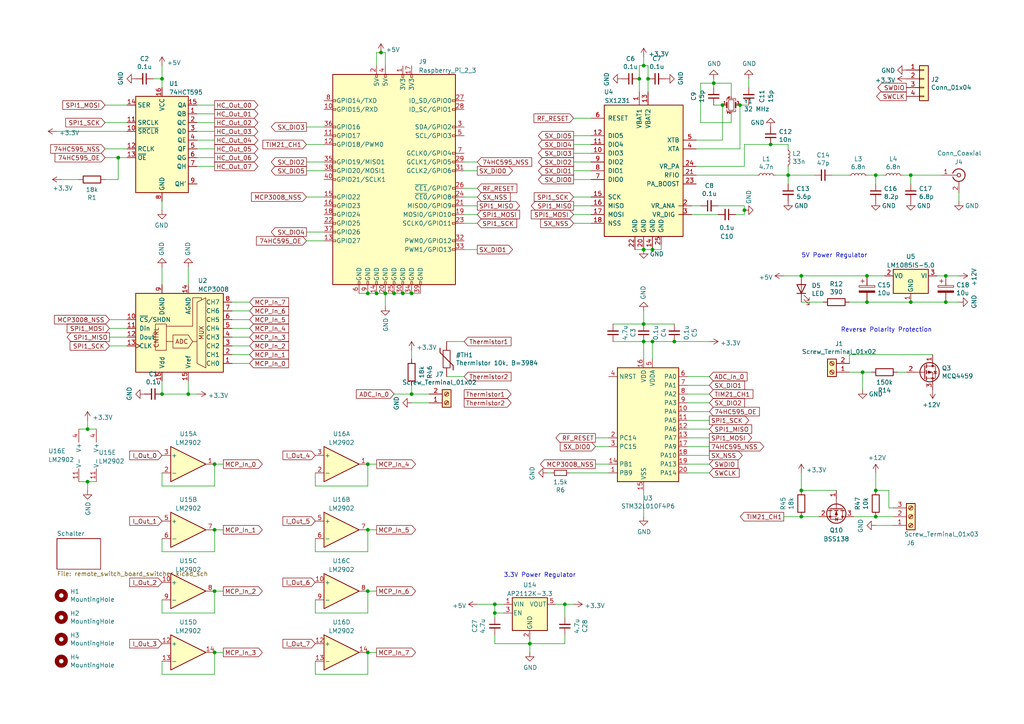
<source format=kicad_sch>
(kicad_sch (version 20211123) (generator eeschema)
  (paper "A4")
  (junction (at 106.68 189.23))
  (junction (at 186.69 72.39))
  (junction (at 109.22 85.09))
  (junction (at 214.63 30.48))
  (junction (at 254 142.24))
  (junction (at 116.84 85.09))
  (junction (at 232.41 149.86))
  (junction (at 189.23 72.39))
  (junction (at 62.23 171.45))
  (junction (at 215.9 60.96))
  (junction (at 195.58 99.06))
  (junction (at 186.69 93.98))
  (junction (at 186.69 99.06))
  (junction (at 110.49 15.24))
  (junction (at 106.68 153.67))
  (junction (at 209.55 30.48))
  (junction (at 186.69 19.05))
  (junction (at 119.38 85.09))
  (junction (at 250.19 107.95))
  (junction (at 46.99 22.86))
  (junction (at 111.76 85.09))
  (junction (at 62.23 153.67))
  (junction (at 153.67 186.69))
  (junction (at 106.68 85.09))
  (junction (at 187.96 22.86))
  (junction (at 185.42 22.86))
  (junction (at 106.68 134.62))
  (junction (at 207.01 24.13))
  (junction (at 163.83 175.26))
  (junction (at 251.46 87.63))
  (junction (at 264.16 87.63))
  (junction (at 264.16 50.8))
  (junction (at 25.4 124.46))
  (junction (at 189.23 99.06))
  (junction (at 232.41 80.01))
  (junction (at 223.52 41.91))
  (junction (at 119.38 114.3))
  (junction (at 251.46 80.01))
  (junction (at 62.23 134.62))
  (junction (at 143.51 175.26))
  (junction (at 274.32 80.01))
  (junction (at 25.4 139.7))
  (junction (at 46.99 114.3))
  (junction (at 274.32 87.63))
  (junction (at 54.61 114.3))
  (junction (at 254 50.8))
  (junction (at 34.29 45.72))
  (junction (at 254 149.86))
  (junction (at 232.41 142.24))
  (junction (at 106.68 171.45))
  (junction (at 143.51 177.8))
  (junction (at 228.6 50.8))
  (junction (at 114.3 85.09))
  (junction (at 62.23 189.23))
  (wire (pts (xy 46.99 160.02) (xy 62.23 160.02)))
  (wire (pts (xy 207.01 25.4) (xy 207.01 24.13)))
  (wire (pts (xy 215.9 62.23) (xy 215.9 60.96)))
  (wire (pts (xy 67.31 95.25) (xy 72.39 95.25)))
  (wire (pts (xy 111.76 15.24) (xy 110.49 15.24)))
  (wire (pts (xy 134.62 57.15) (xy 138.43 57.15)))
  (wire (pts (xy 88.9 49.53) (xy 93.98 49.53)))
  (wire (pts (xy 143.51 186.69) (xy 153.67 186.69)))
  (wire (pts (xy 46.99 191.77) (xy 46.99 195.58)))
  (wire (pts (xy 254 53.34) (xy 254 50.8)))
  (wire (pts (xy 251.46 80.01) (xy 256.54 80.01)))
  (wire (pts (xy 34.29 45.72) (xy 36.83 45.72)))
  (wire (pts (xy 254 142.24) (xy 254 137.16)))
  (wire (pts (xy 246.38 105.41) (xy 246.38 102.87)))
  (wire (pts (xy 208.28 59.69) (xy 215.9 59.69)))
  (wire (pts (xy 62.23 189.23) (xy 64.77 189.23)))
  (wire (pts (xy 46.99 110.49) (xy 46.99 114.3)))
  (wire (pts (xy 186.69 19.05) (xy 187.96 19.05)))
  (wire (pts (xy 88.9 57.15) (xy 93.98 57.15)))
  (wire (pts (xy 57.15 43.18) (xy 62.23 43.18)))
  (wire (pts (xy 250.19 107.95) (xy 252.73 107.95)))
  (wire (pts (xy 30.48 30.48) (xy 36.83 30.48)))
  (wire (pts (xy 30.48 52.07) (xy 34.29 52.07)))
  (wire (pts (xy 264.16 87.63) (xy 274.32 87.63)))
  (wire (pts (xy 88.9 46.99) (xy 93.98 46.99)))
  (wire (pts (xy 177.8 99.06) (xy 186.69 99.06)))
  (wire (pts (xy 143.51 177.8) (xy 143.51 179.07)))
  (wire (pts (xy 166.37 41.91) (xy 171.45 41.91)))
  (wire (pts (xy 186.69 93.98) (xy 177.8 93.98)))
  (wire (pts (xy 91.44 137.16) (xy 91.44 140.97)))
  (wire (pts (xy 134.62 109.22) (xy 129.54 109.22)))
  (wire (pts (xy 31.75 100.33) (xy 36.83 100.33)))
  (wire (pts (xy 259.08 147.32) (xy 257.81 147.32)))
  (wire (pts (xy 111.76 85.09) (xy 114.3 85.09)))
  (wire (pts (xy 264.16 53.34) (xy 264.16 50.8)))
  (wire (pts (xy 185.42 19.05) (xy 186.69 19.05)))
  (wire (pts (xy 143.51 175.26) (xy 146.05 175.26)))
  (wire (pts (xy 199.39 111.76) (xy 205.74 111.76)))
  (wire (pts (xy 217.17 30.48) (xy 214.63 30.48)))
  (wire (pts (xy 241.3 50.8) (xy 246.38 50.8)))
  (wire (pts (xy 232.41 137.16) (xy 232.41 142.24)))
  (wire (pts (xy 25.4 139.7) (xy 25.4 142.24)))
  (wire (pts (xy 224.79 50.8) (xy 228.6 50.8)))
  (wire (pts (xy 34.29 52.07) (xy 34.29 45.72)))
  (wire (pts (xy 62.23 160.02) (xy 62.23 153.67)))
  (wire (pts (xy 186.69 99.06) (xy 189.23 99.06)))
  (wire (pts (xy 232.41 149.86) (xy 237.49 149.86)))
  (wire (pts (xy 91.44 173.99) (xy 91.44 177.8)))
  (wire (pts (xy 31.75 97.79) (xy 36.83 97.79)))
  (wire (pts (xy 67.31 87.63) (xy 72.39 87.63)))
  (wire (pts (xy 257.81 147.32) (xy 257.81 142.24)))
  (wire (pts (xy 199.39 124.46) (xy 205.74 124.46)))
  (wire (pts (xy 143.51 184.15) (xy 143.51 186.69)))
  (wire (pts (xy 199.39 132.08) (xy 205.74 132.08)))
  (wire (pts (xy 134.62 46.99) (xy 138.43 46.99)))
  (wire (pts (xy 271.78 80.01) (xy 274.32 80.01)))
  (wire (pts (xy 260.35 107.95) (xy 262.89 107.95)))
  (wire (pts (xy 199.39 119.38) (xy 205.74 119.38)))
  (wire (pts (xy 203.2 24.13) (xy 207.01 24.13)))
  (wire (pts (xy 246.38 107.95) (xy 250.19 107.95)))
  (wire (pts (xy 186.69 142.24) (xy 186.69 149.86)))
  (wire (pts (xy 163.83 184.15) (xy 163.83 186.69)))
  (wire (pts (xy 261.62 50.8) (xy 264.16 50.8)))
  (wire (pts (xy 213.36 62.23) (xy 215.9 62.23)))
  (wire (pts (xy 88.9 41.91) (xy 93.98 41.91)))
  (wire (pts (xy 205.74 137.16) (xy 199.39 137.16)))
  (wire (pts (xy 46.99 77.47) (xy 46.99 82.55)))
  (wire (pts (xy 46.99 195.58) (xy 62.23 195.58)))
  (wire (pts (xy 278.13 58.42) (xy 278.13 55.88)))
  (wire (pts (xy 91.44 191.77) (xy 91.44 195.58)))
  (wire (pts (xy 228.6 50.8) (xy 228.6 48.26)))
  (wire (pts (xy 201.93 50.8) (xy 219.71 50.8)))
  (wire (pts (xy 153.67 185.42) (xy 153.67 186.69)))
  (wire (pts (xy 25.4 124.46) (xy 25.4 121.92)))
  (wire (pts (xy 185.42 22.86) (xy 185.42 26.67)))
  (wire (pts (xy 209.55 40.64) (xy 209.55 30.48)))
  (wire (pts (xy 67.31 97.79) (xy 72.39 97.79)))
  (wire (pts (xy 31.75 92.71) (xy 36.83 92.71)))
  (wire (pts (xy 205.74 127) (xy 199.39 127)))
  (wire (pts (xy 166.37 39.37) (xy 171.45 39.37)))
  (wire (pts (xy 114.3 114.3) (xy 119.38 114.3)))
  (wire (pts (xy 254 50.8) (xy 251.46 50.8)))
  (wire (pts (xy 106.68 195.58) (xy 106.68 189.23)))
  (wire (pts (xy 250.19 113.03) (xy 250.19 107.95)))
  (wire (pts (xy 259.08 152.4) (xy 254 152.4)))
  (wire (pts (xy 254 50.8) (xy 256.54 50.8)))
  (wire (pts (xy 200.66 62.23) (xy 208.28 62.23)))
  (wire (pts (xy 88.9 36.83) (xy 93.98 36.83)))
  (wire (pts (xy 143.51 177.8) (xy 143.51 175.26)))
  (wire (pts (xy 46.99 173.99) (xy 46.99 177.8)))
  (wire (pts (xy 165.1 137.16) (xy 176.53 137.16)))
  (wire (pts (xy 91.44 195.58) (xy 106.68 195.58)))
  (wire (pts (xy 215.9 48.26) (xy 201.93 48.26)))
  (wire (pts (xy 209.55 30.48) (xy 207.01 30.48)))
  (wire (pts (xy 30.48 35.56) (xy 36.83 35.56)))
  (wire (pts (xy 187.96 19.05) (xy 187.96 22.86)))
  (wire (pts (xy 199.39 134.62) (xy 205.74 134.62)))
  (wire (pts (xy 184.15 72.39) (xy 186.69 72.39)))
  (wire (pts (xy 251.46 87.63) (xy 264.16 87.63)))
  (wire (pts (xy 189.23 99.06) (xy 195.58 99.06)))
  (wire (pts (xy 57.15 38.1) (xy 62.23 38.1)))
  (wire (pts (xy 67.31 92.71) (xy 72.39 92.71)))
  (wire (pts (xy 228.6 43.18) (xy 228.6 41.91)))
  (wire (pts (xy 111.76 85.09) (xy 111.76 88.9)))
  (wire (pts (xy 16.51 38.1) (xy 36.83 38.1)))
  (wire (pts (xy 88.9 67.31) (xy 93.98 67.31)))
  (wire (pts (xy 161.29 175.26) (xy 163.83 175.26)))
  (wire (pts (xy 166.37 34.29) (xy 171.45 34.29)))
  (wire (pts (xy 62.23 140.97) (xy 46.99 140.97)))
  (wire (pts (xy 46.99 177.8) (xy 62.23 177.8)))
  (wire (pts (xy 232.41 80.01) (xy 251.46 80.01)))
  (wire (pts (xy 186.69 104.14) (xy 186.69 99.06)))
  (wire (pts (xy 134.62 54.61) (xy 138.43 54.61)))
  (wire (pts (xy 106.68 140.97) (xy 106.68 134.62)))
  (wire (pts (xy 199.39 129.54) (xy 205.74 129.54)))
  (wire (pts (xy 166.37 57.15) (xy 171.45 57.15)))
  (wire (pts (xy 67.31 102.87) (xy 72.39 102.87)))
  (wire (pts (xy 166.37 62.23) (xy 171.45 62.23)))
  (wire (pts (xy 274.32 87.63) (xy 278.13 87.63)))
  (wire (pts (xy 46.99 114.3) (xy 54.61 114.3)))
  (wire (pts (xy 214.63 30.48) (xy 214.63 43.18)))
  (wire (pts (xy 57.15 48.26) (xy 62.23 48.26)))
  (wire (pts (xy 25.4 124.46) (xy 27.94 124.46)))
  (wire (pts (xy 212.09 24.13) (xy 207.01 24.13)))
  (wire (pts (xy 62.23 153.67) (xy 64.77 153.67)))
  (wire (pts (xy 22.86 139.7) (xy 25.4 139.7)))
  (wire (pts (xy 212.09 27.94) (xy 212.09 24.13)))
  (wire (pts (xy 191.77 72.39) (xy 191.77 71.12)))
  (wire (pts (xy 91.44 140.97) (xy 106.68 140.97)))
  (wire (pts (xy 185.42 19.05) (xy 185.42 22.86)))
  (wire (pts (xy 134.62 62.23) (xy 138.43 62.23)))
  (wire (pts (xy 104.14 85.09) (xy 106.68 85.09)))
  (wire (pts (xy 119.38 116.84) (xy 124.46 116.84)))
  (wire (pts (xy 205.74 114.3) (xy 199.39 114.3)))
  (wire (pts (xy 195.58 93.98) (xy 186.69 93.98)))
  (wire (pts (xy 57.15 33.02) (xy 62.23 33.02)))
  (wire (pts (xy 88.9 69.85) (xy 93.98 69.85)))
  (wire (pts (xy 203.2 35.56) (xy 203.2 24.13)))
  (wire (pts (xy 134.62 59.69) (xy 138.43 59.69)))
  (wire (pts (xy 17.78 52.07) (xy 22.86 52.07)))
  (wire (pts (xy 172.72 129.54) (xy 176.53 129.54)))
  (wire (pts (xy 246.38 102.87) (xy 270.51 102.87)))
  (wire (pts (xy 91.44 177.8) (xy 106.68 177.8)))
  (wire (pts (xy 246.38 87.63) (xy 251.46 87.63)))
  (wire (pts (xy 199.39 109.22) (xy 205.74 109.22)))
  (wire (pts (xy 212.09 33.02) (xy 212.09 35.56)))
  (wire (pts (xy 166.37 64.77) (xy 171.45 64.77)))
  (wire (pts (xy 254 149.86) (xy 259.08 149.86)))
  (wire (pts (xy 46.99 137.16) (xy 46.99 140.97)))
  (wire (pts (xy 217.17 25.4) (xy 217.17 22.86)))
  (wire (pts (xy 215.9 41.91) (xy 215.9 48.26)))
  (wire (pts (xy 227.33 80.01) (xy 232.41 80.01)))
  (wire (pts (xy 119.38 114.3) (xy 124.46 114.3)))
  (wire (pts (xy 205.74 99.06) (xy 195.58 99.06)))
  (wire (pts (xy 106.68 189.23) (xy 109.22 189.23)))
  (wire (pts (xy 106.68 85.09) (xy 109.22 85.09)))
  (wire (pts (xy 138.43 175.26) (xy 143.51 175.26)))
  (wire (pts (xy 171.45 49.53) (xy 166.37 49.53)))
  (wire (pts (xy 199.39 116.84) (xy 205.74 116.84)))
  (wire (pts (xy 106.68 171.45) (xy 106.68 177.8)))
  (wire (pts (xy 62.23 134.62) (xy 64.77 134.62)))
  (wire (pts (xy 62.23 134.62) (xy 62.23 140.97)))
  (wire (pts (xy 129.54 99.06) (xy 134.62 99.06)))
  (wire (pts (xy 57.15 30.48) (xy 62.23 30.48)))
  (wire (pts (xy 189.23 72.39) (xy 191.77 72.39)))
  (wire (pts (xy 146.05 177.8) (xy 143.51 177.8)))
  (wire (pts (xy 119.38 85.09) (xy 121.92 85.09)))
  (wire (pts (xy 106.68 160.02) (xy 106.68 153.67)))
  (wire (pts (xy 187.96 22.86) (xy 187.96 26.67)))
  (wire (pts (xy 153.67 186.69) (xy 163.83 186.69)))
  (wire (pts (xy 114.3 85.09) (xy 116.84 85.09)))
  (wire (pts (xy 91.44 156.21) (xy 91.44 160.02)))
  (wire (pts (xy 163.83 175.26) (xy 163.83 179.07)))
  (wire (pts (xy 189.23 99.06) (xy 189.23 104.14)))
  (wire (pts (xy 30.48 43.18) (xy 36.83 43.18)))
  (wire (pts (xy 54.61 110.49) (xy 54.61 114.3)))
  (wire (pts (xy 227.33 149.86) (xy 232.41 149.86)))
  (wire (pts (xy 31.75 95.25) (xy 36.83 95.25)))
  (wire (pts (xy 30.48 45.72) (xy 34.29 45.72)))
  (wire (pts (xy 163.83 175.26) (xy 166.37 175.26)))
  (wire (pts (xy 205.74 121.92) (xy 199.39 121.92)))
  (wire (pts (xy 214.63 43.18) (xy 201.93 43.18)))
  (wire (pts (xy 46.99 58.42) (xy 46.99 60.96)))
  (wire (pts (xy 186.69 93.98) (xy 186.69 90.17)))
  (wire (pts (xy 62.23 171.45) (xy 64.77 171.45)))
  (wire (pts (xy 166.37 44.45) (xy 171.45 44.45)))
  (wire (pts (xy 109.22 19.05) (xy 109.22 15.24)))
  (wire (pts (xy 25.4 139.7) (xy 27.94 139.7)))
  (wire (pts (xy 228.6 53.34) (xy 228.6 50.8)))
  (wire (pts (xy 201.93 40.64) (xy 209.55 40.64)))
  (wire (pts (xy 172.72 134.62) (xy 176.53 134.62)))
  (wire (pts (xy 46.99 19.05) (xy 46.99 22.86)))
  (wire (pts (xy 57.15 35.56) (xy 62.23 35.56)))
  (wire (pts (xy 119.38 114.3) (xy 119.38 111.76)))
  (wire (pts (xy 264.16 50.8) (xy 273.05 50.8)))
  (wire (pts (xy 22.86 124.46) (xy 25.4 124.46)))
  (wire (pts (xy 67.31 90.17) (xy 72.39 90.17)))
  (wire (pts (xy 172.72 127) (xy 176.53 127)))
  (wire (pts (xy 46.99 156.21) (xy 46.99 160.02)))
  (wire (pts (xy 134.62 49.53) (xy 138.43 49.53)))
  (wire (pts (xy 44.45 22.86) (xy 46.99 22.86)))
  (wire (pts (xy 207.01 24.13) (xy 207.01 22.86)))
  (wire (pts (xy 247.65 149.86) (xy 254 149.86)))
  (wire (pts (xy 106.68 153.67) (xy 109.22 153.67)))
  (wire (pts (xy 228.6 41.91) (xy 223.52 41.91)))
  (wire (pts (xy 67.31 105.41) (xy 72.39 105.41)))
  (wire (pts (xy 274.32 80.01) (xy 278.13 80.01)))
  (wire (pts (xy 212.09 35.56) (xy 203.2 35.56)))
  (wire (pts (xy 223.52 41.91) (xy 215.9 41.91)))
  (wire (pts (xy 57.15 40.64) (xy 62.23 40.64)))
  (wire (pts (xy 153.67 186.69) (xy 153.67 189.23)))
  (wire (pts (xy 91.44 160.02) (xy 106.68 160.02)))
  (wire (pts (xy 62.23 177.8) (xy 62.23 171.45)))
  (wire (pts (xy 116.84 85.09) (xy 119.38 85.09)))
  (wire (pts (xy 106.68 171.45) (xy 109.22 171.45)))
  (wire (pts (xy 57.15 45.72) (xy 62.23 45.72)))
  (wire (pts (xy 111.76 19.05) (xy 111.76 15.24)))
  (wire (pts (xy 232.41 142.24) (xy 242.57 142.24)))
  (wire (pts (xy 67.31 100.33) (xy 72.39 100.33)))
  (wire (pts (xy 228.6 50.8) (xy 236.22 50.8)))
  (wire (pts (xy 238.76 87.63) (xy 232.41 87.63)))
  (wire (pts (xy 109.22 85.09) (xy 111.76 85.09)))
  (wire (pts (xy 54.61 114.3) (xy 57.15 114.3)))
  (wire (pts (xy 109.22 15.24) (xy 110.49 15.24)))
  (wire (pts (xy 257.81 142.24) (xy 254 142.24)))
  (wire (pts (xy 134.62 72.39) (xy 138.43 72.39)))
  (wire (pts (xy 134.62 64.77) (xy 138.43 64.77)))
  (wire (pts (xy 215.9 59.69) (xy 215.9 60.96)))
  (wire (pts (xy 158.75 137.16) (xy 160.02 137.16)))
  (wire (pts (xy 62.23 195.58) (xy 62.23 189.23)))
  (wire (pts (xy 186.69 72.39) (xy 189.23 72.39)))
  (wire (pts (xy 166.37 52.07) (xy 171.45 52.07)))
  (wire (pts (xy 166.37 46.99) (xy 171.45 46.99)))
  (wire (pts (xy 200.66 59.69) (xy 203.2 59.69)))
  (wire (pts (xy 106.68 134.62) (xy 109.22 134.62)))
  (wire (pts (xy 54.61 77.47) (xy 54.61 82.55)))
  (wire (pts (xy 166.37 59.69) (xy 171.45 59.69)))
  (wire (pts (xy 186.69 16.51) (xy 186.69 19.05)))
  (wire (pts (xy 119.38 101.6) (xy 119.38 104.14)))
  (wire (pts (xy 46.99 22.86) (xy 46.99 25.4)))
  (text "3.3V Power Regulator" (at 146.05 167.64 0) (effects (font (size 1.27 1.27)) (justify left bottom)))
  (text "Reverse Polarity Protection" (at 243.84 96.52 0) (effects (font (size 1.27 1.27)) (justify left bottom)))
  (text "5V Power Regulator" (at 232.41 74.93 0) (effects (font (size 1.27 1.27)) (justify left bottom)))
  (global_label "SPI1_MOSI" (shape input) (at 31.75 95.25 180) (property "Referenzen zwischen Schaltplänen" "${INTERSHEET_REFS}" (effects hide)))
  (global_label "RF_RESET" (shape input) (at 166.37 34.29 180) (property "Referenzen zwischen Schaltplänen" "${INTERSHEET_REFS}" (effects hide)))
  (global_label "SWDIO" (shape input) (at 205.74 134.62 0) (property "Referenzen zwischen Schaltplänen" "${INTERSHEET_REFS}" (effects hide)))
  (global_label "SX_DIO0" (shape output) (at 138.43 49.53 0) (property "Referenzen zwischen Schaltplänen" "${INTERSHEET_REFS}" (effects hide)))
  (global_label "TIM21_CH1" (shape input) (at 88.9 41.91 180) (property "Referenzen zwischen Schaltplänen" "${INTERSHEET_REFS}" (effects hide)))
  (global_label "SX_DIO0" (shape input) (at 172.72 129.54 180) (property "Referenzen zwischen Schaltplänen" "${INTERSHEET_REFS}" (effects hide)))
  (global_label "SPI1_MOSI" (shape output) (at 205.74 127 0) (property "Referenzen zwischen Schaltplänen" "${INTERSHEET_REFS}" (effects hide)))
  (global_label "Thermistor2" (shape input) (at 134.62 109.22 0) (property "Referenzen zwischen Schaltplänen" "${INTERSHEET_REFS}" (effects hide)))
  (global_label "SPI1_SCK" (shape input) (at 166.37 57.15 180) (property "Referenzen zwischen Schaltplänen" "${INTERSHEET_REFS}" (effects hide)))
  (global_label "SPI1_MOSI" (shape input) (at 30.48 30.48 180) (property "Referenzen zwischen Schaltplänen" "${INTERSHEET_REFS}" (effects hide)))
  (global_label "I_Out_5" (shape input) (at 91.44 151.13 180) (property "Referenzen zwischen Schaltplänen" "${INTERSHEET_REFS}" (effects hide)))
  (global_label "74HC595_OE" (shape input) (at 88.9 69.85 180) (property "Referenzen zwischen Schaltplänen" "${INTERSHEET_REFS}" (effects hide)))
  (global_label "SX_DIO1" (shape output) (at 166.37 49.53 180) (property "Referenzen zwischen Schaltplänen" "${INTERSHEET_REFS}" (effects hide)))
  (global_label "SX_DIO4" (shape output) (at 166.37 41.91 180) (property "Referenzen zwischen Schaltplänen" "${INTERSHEET_REFS}" (effects hide)))
  (global_label "SX_DIO4" (shape output) (at 88.9 67.31 180) (property "Referenzen zwischen Schaltplänen" "${INTERSHEET_REFS}" (effects hide)))
  (global_label "SX_DIO3" (shape output) (at 166.37 44.45 180) (property "Referenzen zwischen Schaltplänen" "${INTERSHEET_REFS}" (effects hide)))
  (global_label "HC_Out_03" (shape output) (at 62.23 38.1 0) (property "Referenzen zwischen Schaltplänen" "${INTERSHEET_REFS}" (effects hide)))
  (global_label "I_Out_3" (shape input) (at 46.99 186.69 180) (property "Referenzen zwischen Schaltplänen" "${INTERSHEET_REFS}" (effects hide)))
  (global_label "74HC595_NSS" (shape input) (at 30.48 43.18 180) (property "Referenzen zwischen Schaltplänen" "${INTERSHEET_REFS}" (effects hide)))
  (global_label "SX_DIO1" (shape input) (at 205.74 111.76 0) (property "Referenzen zwischen Schaltplänen" "${INTERSHEET_REFS}" (effects hide)))
  (global_label "SWCLK" (shape output) (at 262.89 27.94 180) (property "Referenzen zwischen Schaltplänen" "${INTERSHEET_REFS}" (effects hide)))
  (global_label "ADC_In_0" (shape input) (at 205.74 109.22 0) (property "Referenzen zwischen Schaltplänen" "${INTERSHEET_REFS}" (effects hide)))
  (global_label "SX_DIO2" (shape output) (at 166.37 46.99 180) (property "Referenzen zwischen Schaltplänen" "${INTERSHEET_REFS}" (effects hide)))
  (global_label "74HC595_OE" (shape input) (at 30.48 45.72 180) (property "Referenzen zwischen Schaltplänen" "${INTERSHEET_REFS}" (effects hide)))
  (global_label "SX_NSS" (shape input) (at 166.37 64.77 180) (property "Referenzen zwischen Schaltplänen" "${INTERSHEET_REFS}" (effects hide)))
  (global_label "SX_DIO5" (shape output) (at 166.37 39.37 180) (property "Referenzen zwischen Schaltplänen" "${INTERSHEET_REFS}" (effects hide)))
  (global_label "MCP_In_7" (shape input) (at 72.39 87.63 0) (property "Referenzen zwischen Schaltplänen" "${INTERSHEET_REFS}" (effects hide)))
  (global_label "SPI1_MISO" (shape input) (at 205.74 124.46 0) (property "Referenzen zwischen Schaltplänen" "${INTERSHEET_REFS}" (effects hide)))
  (global_label "MCP_In_3" (shape output) (at 64.77 189.23 0) (property "Referenzen zwischen Schaltplänen" "${INTERSHEET_REFS}" (effects hide)))
  (global_label "HC_Out_02" (shape output) (at 62.23 35.56 0) (property "Referenzen zwischen Schaltplänen" "${INTERSHEET_REFS}" (effects hide)))
  (global_label "SPI1_SCK" (shape input) (at 138.43 64.77 0) (property "Referenzen zwischen Schaltplänen" "${INTERSHEET_REFS}" (effects hide)))
  (global_label "MCP_In_0" (shape input) (at 72.39 105.41 0) (property "Referenzen zwischen Schaltplänen" "${INTERSHEET_REFS}" (effects hide)))
  (global_label "MCP_In_5" (shape input) (at 72.39 92.71 0) (property "Referenzen zwischen Schaltplänen" "${INTERSHEET_REFS}" (effects hide)))
  (global_label "MCP_In_4" (shape input) (at 72.39 95.25 0) (property "Referenzen zwischen Schaltplänen" "${INTERSHEET_REFS}" (effects hide)))
  (global_label "SX_DIO0" (shape output) (at 166.37 52.07 180) (property "Referenzen zwischen Schaltplänen" "${INTERSHEET_REFS}" (effects hide)))
  (global_label "SPI1_MOSI" (shape input) (at 166.37 62.23 180) (property "Referenzen zwischen Schaltplänen" "${INTERSHEET_REFS}" (effects hide)))
  (global_label "SPI1_MOSI" (shape input) (at 138.43 62.23 0) (property "Referenzen zwischen Schaltplänen" "${INTERSHEET_REFS}" (effects hide)))
  (global_label "SPI1_SCK" (shape input) (at 30.48 35.56 180) (property "Referenzen zwischen Schaltplänen" "${INTERSHEET_REFS}" (effects hide)))
  (global_label "Thermistor1" (shape output) (at 134.62 114.3 0) (property "Referenzen zwischen Schaltplänen" "${INTERSHEET_REFS}" (effects hide)))
  (global_label "MCP_In_2" (shape output) (at 64.77 171.45 0) (property "Referenzen zwischen Schaltplänen" "${INTERSHEET_REFS}" (effects hide)))
  (global_label "RF_RESET" (shape output) (at 172.72 127 180) (property "Referenzen zwischen Schaltplänen" "${INTERSHEET_REFS}" (effects hide)))
  (global_label "74HC595_NSS" (shape input) (at 138.43 46.99 0) (property "Referenzen zwischen Schaltplänen" "${INTERSHEET_REFS}" (effects hide)))
  (global_label "ADC_In_0" (shape input) (at 114.3 114.3 180) (property "Referenzen zwischen Schaltplänen" "${INTERSHEET_REFS}" (effects hide)))
  (global_label "I_Out_7" (shape input) (at 91.44 186.69 180) (property "Referenzen zwischen Schaltplänen" "${INTERSHEET_REFS}" (effects hide)))
  (global_label "SPI1_SCK" (shape output) (at 205.74 121.92 0) (property "Referenzen zwischen Schaltplänen" "${INTERSHEET_REFS}" (effects hide)))
  (global_label "I_Out_4" (shape input) (at 91.44 132.08 180) (property "Referenzen zwischen Schaltplänen" "${INTERSHEET_REFS}" (effects hide)))
  (global_label "SX_DIO3" (shape output) (at 88.9 36.83 180) (property "Referenzen zwischen Schaltplänen" "${INTERSHEET_REFS}" (effects hide)))
  (global_label "HC_Out_07" (shape output) (at 62.23 48.26 0) (property "Referenzen zwischen Schaltplänen" "${INTERSHEET_REFS}" (effects hide)))
  (global_label "Thermistor2" (shape output) (at 134.62 116.84 0) (property "Referenzen zwischen Schaltplänen" "${INTERSHEET_REFS}" (effects hide)))
  (global_label "HC_Out_01" (shape output) (at 62.23 33.02 0) (property "Referenzen zwischen Schaltplänen" "${INTERSHEET_REFS}" (effects hide)))
  (global_label "SPI1_MISO" (shape output) (at 31.75 97.79 180) (property "Referenzen zwischen Schaltplänen" "${INTERSHEET_REFS}" (effects hide)))
  (global_label "MCP_In_7" (shape output) (at 109.22 189.23 0) (property "Referenzen zwischen Schaltplänen" "${INTERSHEET_REFS}" (effects hide)))
  (global_label "HC_Out_06" (shape output) (at 62.23 45.72 0) (property "Referenzen zwischen Schaltplänen" "${INTERSHEET_REFS}" (effects hide)))
  (global_label "HC_Out_04" (shape output) (at 62.23 40.64 0) (property "Referenzen zwischen Schaltplänen" "${INTERSHEET_REFS}" (effects hide)))
  (global_label "SWCLK" (shape input) (at 205.74 137.16 0) (property "Referenzen zwischen Schaltplänen" "${INTERSHEET_REFS}" (effects hide)))
  (global_label "MCP3008_NSS" (shape input) (at 31.75 92.71 180) (property "Referenzen zwischen Schaltplänen" "${INTERSHEET_REFS}" (effects hide)))
  (global_label "MCP_In_6" (shape input) (at 72.39 90.17 0) (property "Referenzen zwischen Schaltplänen" "${INTERSHEET_REFS}" (effects hide)))
  (global_label "MCP_In_2" (shape input) (at 72.39 100.33 0) (property "Referenzen zwischen Schaltplänen" "${INTERSHEET_REFS}" (effects hide)))
  (global_label "MCP_In_4" (shape output) (at 109.22 134.62 0) (property "Referenzen zwischen Schaltplänen" "${INTERSHEET_REFS}" (effects hide)))
  (global_label "HC_Out_00" (shape output) (at 62.23 30.48 0) (property "Referenzen zwischen Schaltplänen" "${INTERSHEET_REFS}" (effects hide)))
  (global_label "SPI1_MISO" (shape output) (at 138.43 59.69 0) (property "Referenzen zwischen Schaltplänen" "${INTERSHEET_REFS}" (effects hide)))
  (global_label "MCP_In_6" (shape output) (at 109.22 171.45 0) (property "Referenzen zwischen Schaltplänen" "${INTERSHEET_REFS}" (effects hide)))
  (global_label "SX_DIO2" (shape input) (at 205.74 116.84 0) (property "Referenzen zwischen Schaltplänen" "${INTERSHEET_REFS}" (effects hide)))
  (global_label "TIM21_CH1" (shape input) (at 205.74 114.3 0) (property "Referenzen zwischen Schaltplänen" "${INTERSHEET_REFS}" (effects hide)))
  (global_label "MCP_In_1" (shape output) (at 64.77 153.67 0) (property "Referenzen zwischen Schaltplänen" "${INTERSHEET_REFS}" (effects hide)))
  (global_label "SPI1_SCK" (shape input) (at 31.75 100.33 180) (property "Referenzen zwischen Schaltplänen" "${INTERSHEET_REFS}" (effects hide)))
  (global_label "SX_DIO1" (shape output) (at 138.43 72.39 0) (property "Referenzen zwischen Schaltplänen" "${INTERSHEET_REFS}" (effects hide)))
  (global_label "HC_Out_05" (shape output) (at 62.23 43.18 0) (property "Referenzen zwischen Schaltplänen" "${INTERSHEET_REFS}" (effects hide)))
  (global_label "I_Out_0" (shape input) (at 46.99 132.08 180) (property "Referenzen zwischen Schaltplänen" "${INTERSHEET_REFS}" (effects hide)))
  (global_label "RF_RESET" (shape input) (at 138.43 54.61 0) (property "Referenzen zwischen Schaltplänen" "${INTERSHEET_REFS}" (effects hide)))
  (global_label "I_Out_6" (shape input) (at 91.44 168.91 180) (property "Referenzen zwischen Schaltplänen" "${INTERSHEET_REFS}" (effects hide)))
  (global_label "I_Out_1" (shape input) (at 46.99 151.13 180) (property "Referenzen zwischen Schaltplänen" "${INTERSHEET_REFS}" (effects hide)))
  (global_label "SWDIO" (shape output) (at 262.89 25.4 180) (property "Referenzen zwischen Schaltplänen" "${INTERSHEET_REFS}" (effects hide)))
  (global_label "I_Out_2" (shape input) (at 46.99 168.91 180) (property "Referenzen zwischen Schaltplänen" "${INTERSHEET_REFS}" (effects hide)))
  (global_label "MCP_In_3" (shape input) (at 72.39 97.79 0) (property "Referenzen zwischen Schaltplänen" "${INTERSHEET_REFS}" (effects hide)))
  (global_label "SX_DIO5" (shape output) (at 88.9 49.53 180) (property "Referenzen zwischen Schaltplänen" "${INTERSHEET_REFS}" (effects hide)))
  (global_label "MCP3008_NSS" (shape output) (at 172.72 134.62 180) (property "Referenzen zwischen Schaltplänen" "${INTERSHEET_REFS}" (effects hide)))
  (global_label "MCP_In_1" (shape input) (at 72.39 102.87 0) (property "Referenzen zwischen Schaltplänen" "${INTERSHEET_REFS}" (effects hide)))
  (global_label "SX_NSS" (shape output) (at 205.74 132.08 0) (property "Referenzen zwischen Schaltplänen" "${INTERSHEET_REFS}" (effects hide)))
  (global_label "MCP_In_5" (shape output) (at 109.22 153.67 0) (property "Referenzen zwischen Schaltplänen" "${INTERSHEET_REFS}" (effects hide)))
  (global_label "SX_NSS" (shape input) (at 138.43 57.15 0) (property "Referenzen zwischen Schaltplänen" "${INTERSHEET_REFS}" (effects hide)))
  (global_label "MCP3008_NSS" (shape input) (at 88.9 57.15 180) (property "Referenzen zwischen Schaltplänen" "${INTERSHEET_REFS}" (effects hide)))
  (global_label "74HC595_NSS" (shape output) (at 205.74 129.54 0) (property "Referenzen zwischen Schaltplänen" "${INTERSHEET_REFS}" (effects hide)))
  (global_label "TIM21_CH1" (shape output) (at 227.33 149.86 180) (property "Referenzen zwischen Schaltplänen" "${INTERSHEET_REFS}" (effects hide)))
  (global_label "74HC595_OE" (shape input) (at 205.74 119.38 0) (property "Referenzen zwischen Schaltplänen" "${INTERSHEET_REFS}" (effects hide)))
  (global_label "SX_DIO2" (shape output) (at 88.9 46.99 180) (property "Referenzen zwischen Schaltplänen" "${INTERSHEET_REFS}" (effects hide)))
  (global_label "Thermistor1" (shape input) (at 134.62 99.06 0) (property "Referenzen zwischen Schaltplänen" "${INTERSHEET_REFS}" (effects hide)))
  (global_label "MCP_In_0" (shape output) (at 64.77 134.62 0) (property "Referenzen zwischen Schaltplänen" "${INTERSHEET_REFS}" (effects hide)))
  (global_label "SPI1_MISO" (shape output) (at 166.37 59.69 180) (property "Referenzen zwischen Schaltplänen" "${INTERSHEET_REFS}" (effects hide)))
  (symbol (lib_id "MCU_ST_STM32L0:STM32L011F4Px") (at 189.23 121.92 0) (unit 1)
    (property "Reference" "U3" (at 187.96 144.5006 0))
    (property "Value" "STM32L010F4P6" (at 187.96 146.812 0))
    (property "Footprint" "Package_SO:TSSOP-20_4.4x6.5mm_P0.65mm" (effects hide))
    (property "Datasheet" "https://www.mouser.de/datasheet/2/916/74HC_HCT3G14_Q100-1597820.pdf" (effects hide))
    (property "Mouser-Nr." "511-STM32L010F4P6" (effects hide))
    (property "ID" "43" (effects hide))
  )
  (symbol (lib_id "Amplifier_Operational:LM2902") (at 99.06 171.45 0) (unit 3)
    (property "Reference" "U16" (at 99.06 162.6702 0))
    (property "Value" "LM2902" (at 99.06 165.2071 0))
    (property "Footprint" "Package_SO:TSSOP-14_4.4x5mm_P0.65mm" (effects hide))
    (property "Datasheet" "http://www.ti.com/lit/ds/symlink/lm2902-n.pdf" (effects hide))
    (property "ID" "60" (effects hide))
  )
  (symbol (lib_id "Device:Thermistor") (at 129.54 104.14 180) (unit 1)
    (property "Reference" "#TH1" (at 132.207 102.9716 0) (effects (justify right)))
    (property "Value" "Thermistor 10k, B=3984" (at 132.207 105.283 0) (effects (justify right)))
    (property "Footprint" "Connector_Wire:SolderWire-0.1sqmm_1x02_P3.6mm_D0.4mm_OD1mm" (effects hide))
    (property "Datasheet" "https://www.mouser.de/datasheet/2/427/ntcalug01a-1762260.pdf" (effects hide))
  )
  (symbol (lib_id "power:GND") (at 254 152.4 270) (unit 1)
    (property "Reference" "#PWR0189" (effects hide))
    (property "Value" "GND" (at 249.6058 152.527 0))
  )
  (symbol (lib_id "power:GND") (at 207.01 22.86 0) (mirror x) (unit 1)
    (property "Reference" "#PWR0116" (effects hide))
    (property "Value" "GND" (at 207.137 18.4658 0))
  )
  (symbol (lib_id "power:GND") (at 41.91 114.3 270) (mirror x) (unit 1)
    (property "Reference" "#PWR0122" (effects hide))
    (property "Value" "GND" (at 37.5158 114.173 0))
  )
  (symbol (lib_id "Amplifier_Operational:LM2902") (at 20.32 132.08 0) (mirror y) (unit 5)
    (property "Reference" "U16" (at 13.97 130.81 0) (effects (justify right)))
    (property "Value" "LM2902" (at 13.97 133.3469 0) (effects (justify right)))
    (property "Footprint" "Package_SO:TSSOP-14_4.4x5mm_P0.65mm" (effects hide))
    (property "Datasheet" "http://www.ti.com/lit/ds/symlink/lm2902-n.pdf" (effects hide))
    (property "ID" "60" (effects hide))
  )
  (symbol (lib_id "power:GND") (at 25.4 142.24 0) (unit 1)
    (property "Reference" "#PWR0199" (effects hide))
    (property "Value" "GND" (at 25.527 145.4912 90) (effects (justify right)))
  )
  (symbol (lib_id "Amplifier_Operational:LM2902") (at 54.61 134.62 0) (unit 1)
    (property "Reference" "U15" (at 54.61 125.8402 0))
    (property "Value" "LM2902" (at 54.61 128.3771 0))
    (property "Footprint" "Package_SO:TSSOP-14_4.4x5mm_P0.65mm" (effects hide))
    (property "Datasheet" "http://www.ti.com/lit/ds/symlink/lm2902-n.pdf" (effects hide))
    (property "ID" "60" (effects hide))
  )
  (symbol (lib_id "power:GND") (at 186.69 72.39 0) (mirror y) (unit 1)
    (property "Reference" "#PWR0113" (effects hide))
    (property "Value" "GND" (at 190.5 73.66 0))
  )
  (symbol (lib_id "Device:C_Small") (at 195.58 96.52 180) (unit 1)
    (property "Reference" "C5" (at 201.3966 96.52 90))
    (property "Value" "0.1u" (at 199.0852 96.52 90))
    (property "Footprint" "Capacitor_SMD:C_0603_1608Metric" (effects hide))
    (property "Mouser-Nr." "581-0603YC104MAT4A" (effects hide))
    (property "ID" "35" (effects hide))
  )
  (symbol (lib_id "power:+3.3V") (at 25.4 121.92 0) (unit 1)
    (property "Reference" "#PWR0198" (effects hide))
    (property "Value" "+3.3V" (at 26.797 121.0838 0) (effects (justify left)))
  )
  (symbol (lib_id "Connector:Raspberry_Pi_2_3") (at 114.3 52.07 0) (unit 1)
    (property "Reference" "J9" (at 121.3994 17.8902 0) (effects (justify left)))
    (property "Value" "Raspberry_Pi_2_3" (at 121.3994 20.4271 0) (effects (justify left)))
    (property "Footprint" "Connector_PinHeader_2.54mm:PinHeader_2x20_P2.54mm_Vertical" (effects hide))
    (property "Datasheet" "https://www.raspberrypi.org/documentation/hardware/raspberrypi/schematics/rpi_SCH_3bplus_1p0_reduced.pdf" (effects hide))
  )
  (symbol (lib_id "Device:L_Small") (at 248.92 50.8 90) (unit 1)
    (property "Reference" "L3" (at 248.92 46.101 90))
    (property "Value" "6.8n" (at 248.92 48.4124 90))
    (property "Footprint" "Inductor_SMD:L_0603_1608Metric" (effects hide))
    (property "Mouser-Nr." " 81-LQW18AN6N8C00D " (effects hide))
    (property "ID" "50" (effects hide))
  )
  (symbol (lib_id "Amplifier_Operational:LM2902") (at 54.61 153.67 0) (unit 2)
    (property "Reference" "U15" (at 54.61 144.8902 0))
    (property "Value" "LM2902" (at 54.61 147.4271 0))
    (property "Footprint" "Package_SO:TSSOP-14_4.4x5mm_P0.65mm" (effects hide))
    (property "Datasheet" "http://www.ti.com/lit/ds/symlink/lm2902-n.pdf" (effects hide))
    (property "ID" "60" (effects hide))
  )
  (symbol (lib_id "power:GND") (at 119.38 116.84 270) (unit 1)
    (property "Reference" "#PWR0191" (effects hide))
    (property "Value" "GND" (at 114.9858 116.967 0))
  )
  (symbol (lib_id "power:GND") (at 193.04 22.86 90) (unit 1)
    (property "Reference" "#PWR0118" (effects hide))
    (property "Value" "GND" (at 197.4342 22.733 0))
  )
  (symbol (lib_id "power:+5V") (at 227.33 80.01 90) (unit 1)
    (property "Reference" "#PWR0193" (effects hide))
    (property "Value" "+5V" (at 224.1551 80.4438 90) (effects (justify left)))
  )
  (symbol (lib_id "power:GND") (at 39.37 22.86 270) (mirror x) (unit 1)
    (property "Reference" "#PWR0125" (effects hide))
    (property "Value" "GND" (at 34.9758 22.733 0))
  )
  (symbol (lib_id "Device:L_Small") (at 222.25 50.8 90) (unit 1)
    (property "Reference" "L1" (at 222.25 46.101 90))
    (property "Value" "4.7n" (at 222.25 48.4124 90))
    (property "Footprint" "Inductor_SMD:L_0603_1608Metric" (effects hide))
    (property "Mouser-Nr." " 81-LQW18AN4N7C80D " (effects hide))
    (property "ID" "40" (effects hide))
  )
  (symbol (lib_id "Mechanical:MountingHole") (at 17.78 185.42 0) (unit 1)
    (property "Reference" "H3" (at 20.32 184.2516 0) (effects (justify left)))
    (property "Value" "MountingHole" (at 20.32 186.563 0) (effects (justify left)))
    (property "Footprint" "MountingHole:MountingHole_2.7mm_Pad" (effects hide))
  )
  (symbol (lib_id "power:GND") (at 186.69 90.17 180) (unit 1)
    (property "Reference" "#PWR0128" (effects hide))
    (property "Value" "GND" (at 186.563 86.9188 90) (effects (justify right)))
  )
  (symbol (lib_id "power:+5V") (at 110.49 15.24 0) (unit 1)
    (property "Reference" "#PWR0196" (effects hide))
    (property "Value" "+5V" (at 111.887 14.4038 0) (effects (justify left)))
  )
  (symbol (lib_id "Connector:Conn_Coaxial") (at 278.13 50.8 0) (unit 1)
    (property "Reference" "J4" (at 276.86 46.99 0) (effects (justify left)))
    (property "Value" "Conn_Coaxial" (at 271.78 44.45 0) (effects (justify left)))
    (property "Footprint" "Connector_Coaxial:U.FL_Hirose_U.FL-R-SMT-1_Vertical" (effects hide))
    (property "Datasheet" " ~" (effects hide))
    (property "Mouser-Nr." " 798-U.FL-R-SMT-110 " (effects hide))
    (property "ID" "5" (effects hide))
  )
  (symbol (lib_id "Connector_Generic:Conn_01x04") (at 267.97 22.86 0) (unit 1)
    (property "Reference" "J2" (at 270.002 23.0632 0) (effects (justify left)))
    (property "Value" "Conn_01x04" (at 270.002 25.3746 0) (effects (justify left)))
    (property "Footprint" "Connector_PinHeader_2.54mm:PinHeader_1x04_P2.54mm_Vertical" (effects hide))
    (property "ID" "1" (effects hide))
  )
  (symbol (lib_id "Amplifier_Operational:LM2902") (at 99.06 153.67 0) (unit 2)
    (property "Reference" "U16" (at 99.06 144.8902 0))
    (property "Value" "LM2902" (at 99.06 147.4271 0))
    (property "Footprint" "Package_SO:TSSOP-14_4.4x5mm_P0.65mm" (effects hide))
    (property "Datasheet" "http://www.ti.com/lit/ds/symlink/lm2902-n.pdf" (effects hide))
    (property "ID" "60" (effects hide))
  )
  (symbol (lib_id "power:GND") (at 278.13 58.42 0) (mirror y) (unit 1)
    (property "Reference" "#PWR0108" (effects hide))
    (property "Value" "GND" (at 281.94 59.69 0))
  )
  (symbol (lib_id "Device:C_Small") (at 210.82 62.23 270) (unit 1)
    (property "Reference" "C10" (at 210.82 68.58 90))
    (property "Value" "0.1u" (at 210.82 66.04 90))
    (property "Footprint" "Capacitor_SMD:C_0603_1608Metric" (effects hide))
    (property "Mouser-Nr." "581-0603YC104MAT4A" (effects hide))
    (property "ID" "35" (effects hide))
  )
  (symbol (lib_id "power:+3.3V") (at 186.69 16.51 0) (unit 1)
    (property "Reference" "#PWR0124" (effects hide))
    (property "Value" "+3.3V" (at 188.087 15.6738 0) (effects (justify left)))
  )
  (symbol (lib_id "power:+5V") (at 46.99 19.05 0) (unit 1)
    (property "Reference" "#PWR0119" (effects hide))
    (property "Value" "+5V" (at 48.387 18.2138 0) (effects (justify left)))
  )
  (symbol (lib_id "power:+3.3V") (at 232.41 137.16 0) (unit 1)
    (property "Reference" "#PWR0192" (effects hide))
    (property "Value" "+3.3V" (at 233.807 136.3238 0) (effects (justify left)))
  )
  (symbol (lib_id "Device:C_Small") (at 205.74 59.69 90) (unit 1)
    (property "Reference" "C8" (at 205.74 53.8734 90))
    (property "Value" "0.1u" (at 205.74 56.1848 90))
    (property "Footprint" "Capacitor_SMD:C_0603_1608Metric" (effects hide))
    (property "Mouser-Nr." "581-0603YC104MAT4A" (effects hide))
    (property "ID" "35" (effects hide))
  )
  (symbol (lib_id "Device:LED") (at 232.41 83.82 90) (unit 1)
    (property "Reference" "D5" (at 235.4072 82.8294 90) (effects (justify right)))
    (property "Value" "LED" (at 235.4072 85.1408 90) (effects (justify right)))
    (property "Footprint" "LED_SMD:LED_0805_2012Metric" (effects hide))
    (property "ID" "33" (effects hide))
  )
  (symbol (lib_id "Connector:Screw_Terminal_01x02") (at 241.3 107.95 180) (unit 1)
    (property "Reference" "J1" (at 243.3828 99.695 0))
    (property "Value" "Screw_Terminal_01x02" (at 243.3828 102.0064 0))
    (property "Footprint" "TerminalBlock_Phoenix:TerminalBlock_Phoenix_PT-1,5-2-3.5-H_1x02_P3.50mm_Horizontal" (effects hide))
    (property "Mouser-Nr." "651-1984617" (effects hide))
    (property "ID" "54" (effects hide))
  )
  (symbol (lib_id "Device:C_Small") (at 207.01 27.94 180) (unit 1)
    (property "Reference" "C9" (at 201.1934 27.94 90))
    (property "Value" "15p" (at 203.5048 27.94 90))
    (property "Footprint" "Capacitor_SMD:C_0603_1608Metric" (effects hide))
    (property "Mouser-Nr." " 80-C0603C150J5G" (effects hide))
    (property "ID" "44" (effects hide))
  )
  (symbol (lib_id "power:+3.3V") (at 16.51 38.1 90) (unit 1)
    (property "Reference" "#PWR0120" (effects hide))
    (property "Value" "+3.3V" (at 17.145 38.5338 90) (effects (justify right)))
  )
  (symbol (lib_id "Transistor_FET:BSS138") (at 242.57 147.32 270) (unit 1)
    (property "Reference" "Q10" (at 242.57 153.7954 90))
    (property "Value" "BSS138" (at 242.57 156.3323 90))
    (property "Footprint" "Package_TO_SOT_SMD:SOT-23" (effects hide))
    (property "Datasheet" "https://www.mouser.de/datasheet/2/916/BSS138P-2937895.pdf" (effects hide))
    (property "Mouser-Nr." "771-BSS138P215" (effects hide))
    (property "ID" "67" (effects hide))
  )
  (symbol (lib_id "Device:C_Small") (at 264.16 55.88 0) (unit 1)
    (property "Reference" "C17" (at 266.4968 54.7116 0) (effects (justify left)))
    (property "Value" "6.8p" (at 266.4968 57.023 0) (effects (justify left)))
    (property "Footprint" "Capacitor_SMD:C_0603_1608Metric" (effects hide))
    (property "Mouser-Nr." " 80-C0603C689J5G " (effects hide))
    (property "ID" "3" (effects hide))
  )
  (symbol (lib_id "Connector:Screw_Terminal_01x02") (at 129.54 116.84 0) (mirror x) (unit 1)
    (property "Reference" "J7" (at 127.4572 108.585 0))
    (property "Value" "Screw_Terminal_01x02" (at 127.4572 110.8964 0))
    (property "Footprint" "TerminalBlock_Phoenix:TerminalBlock_Phoenix_PT-1,5-2-3.5-H_1x02_P3.50mm_Horizontal" (effects hide))
    (property "Mouser-Nr." "651-1984617" (effects hide))
    (property "ID" "54" (effects hide))
  )
  (symbol (lib_id "Device:C_Small") (at 177.8 96.52 180) (unit 1)
    (property "Reference" "C3" (at 183.6166 96.52 90))
    (property "Value" "4.7u" (at 181.3052 96.52 90))
    (property "Footprint" "Capacitor_SMD:C_0603_1608Metric" (effects hide))
    (property "Mouser-Nr." "187-CL10B475KQ8NQNC" (effects hide))
    (property "ID" "51" (effects hide))
  )
  (symbol (lib_id "Device:C_Small") (at 163.83 181.61 180) (unit 1)
    (property "Reference" "C28" (at 169.6466 181.61 90))
    (property "Value" "4.7u" (at 167.3352 181.61 90))
    (property "Footprint" "Capacitor_SMD:C_0603_1608Metric" (effects hide))
    (property "Datasheet" "https://www.mouser.de/datasheet/2/585/MLCC-1837944.pdf" (effects hide))
    (property "Mouser-Nr." "187-CL10B475KQ8NQNC" (effects hide))
    (property "ID" "51" (effects hide))
  )
  (symbol (lib_id "Device:R") (at 256.54 107.95 270) (mirror x) (unit 1)
    (property "Reference" "R14" (at 256.54 113.2078 90))
    (property "Value" "150k" (at 256.54 110.8964 90))
    (property "Footprint" "Resistor_SMD:R_0603_1608Metric" (effects hide))
    (property "Mouser-Nr." "603-RC0603FR-07150KL" (effects hide))
    (property "ID" "38" (effects hide))
  )
  (symbol (lib_id "Amplifier_Operational:LM2902") (at 99.06 189.23 0) (unit 4)
    (property "Reference" "U16" (at 99.06 180.4502 0))
    (property "Value" "LM2902" (at 99.06 182.9871 0))
    (property "Footprint" "Package_SO:TSSOP-14_4.4x5mm_P0.65mm" (effects hide))
    (property "Datasheet" "http://www.ti.com/lit/ds/symlink/lm2902-n.pdf" (effects hide))
    (property "ID" "60" (effects hide))
  )
  (symbol (lib_id "power:GND") (at 46.99 77.47 180) (unit 1)
    (property "Reference" "#PWR0129" (effects hide))
    (property "Value" "GND" (at 46.863 74.2188 90) (effects (justify right)))
  )
  (symbol (lib_id "power:GND") (at 250.19 113.03 0) (mirror y) (unit 1)
    (property "Reference" "#PWR0101" (effects hide))
    (property "Value" "GND" (at 254 114.3 0))
  )
  (symbol (lib_id "Device:R") (at 232.41 146.05 0) (unit 1)
    (property "Reference" "R45" (at 227.1522 146.05 90))
    (property "Value" "18k" (at 229.4636 146.05 90))
    (property "Footprint" "Resistor_SMD:R_0603_1608Metric" (effects hide))
    (property "Mouser-Nr." "603-RC0603FR-1018KL" (effects hide))
    (property "ID" "53" (effects hide))
  )
  (symbol (lib_id "bewässerung:SX1231") (at 186.69 44.45 0) (unit 1)
    (property "Reference" "U4" (at 176.53 26.67 0))
    (property "Value" "SX1231" (at 179.07 29.21 0))
    (property "Footprint" "Package_DFN_QFN:QFN-24-1EP_5x5mm_P0.65mm_EP3.4x3.4mm" (effects hide))
    (property "Datasheet" "https://www.mouser.de/datasheet/2/761/sx1231h-1277666.pdf" (effects hide))
    (property "Mouser-Nr." "947-SX1231IMLTRT" (effects hide))
    (property "ID" "46" (effects hide))
  )
  (symbol (lib_id "Mechanical:MountingHole") (at 17.78 172.72 0) (unit 1)
    (property "Reference" "H1" (at 20.32 171.5516 0) (effects (justify left)))
    (property "Value" "MountingHole" (at 20.32 173.863 0) (effects (justify left)))
    (property "Footprint" "MountingHole:MountingHole_2.7mm_Pad" (effects hide))
  )
  (symbol (lib_id "Regulator_Linear:AZ1117-3.3") (at 264.16 80.01 0) (mirror y) (unit 1)
    (property "Reference" "U5" (at 264.16 74.4052 0))
    (property "Value" "LM1085IS-5.0" (at 264.16 76.9421 0))
    (property "Footprint" "Package_TO_SOT_SMD:TO-263-3_TabPin2" (effects hide))
    (property "Datasheet" "https://www.ti.com/general/docs/suppproductinfo.tsp?distId=26&gotoUrl=https://www.ti.com/lit/gpn/lm1085" (effects hide))
    (property "Mouser-Nr." "926-LM1085IS50NOPB " (effects hide))
    (property "ID" "10" (effects hide))
  )
  (symbol (lib_id "Device:R") (at 242.57 87.63 270) (unit 1)
    (property "Reference" "R12" (at 242.57 82.3722 90))
    (property "Value" "390" (at 242.57 84.6836 90))
    (property "Footprint" "Resistor_SMD:R_0603_1608Metric" (effects hide))
    (property "Datasheet" "https://www.mouser.de/datasheet/2/447/PYu_RC_Group_51_RoHS_L_11-1984063.pdf" (effects hide))
    (property "Mouser-Nr." "603-RC0603FR-07390RL" (effects hide))
    (property "ID" "21" (effects hide))
  )
  (symbol (lib_id "power:+12V") (at 254 137.16 0) (unit 1)
    (property "Reference" "#PWR0188" (effects hide))
    (property "Value" "+12V" (at 254.381 132.7658 0))
  )
  (symbol (lib_id "power:GND") (at 153.67 189.23 0) (unit 1)
    (property "Reference" "#PWR0194" (effects hide))
    (property "Value" "GND" (at 153.797 193.6242 0))
  )
  (symbol (lib_id "Device:C_Small") (at 182.88 22.86 90) (unit 1)
    (property "Reference" "C6" (at 182.88 17.0434 90))
    (property "Value" "0.1u" (at 182.88 19.3548 90))
    (property "Footprint" "Capacitor_SMD:C_0603_1608Metric" (effects hide))
    (property "Mouser-Nr." "581-0603YC104MAT4A" (effects hide))
    (property "ID" "35" (effects hide))
  )
  (symbol (lib_id "Device:C_Small") (at 190.5 22.86 90) (unit 1)
    (property "Reference" "C7" (at 190.5 17.0434 90))
    (property "Value" "0.1u" (at 190.5 19.3548 90))
    (property "Footprint" "Capacitor_SMD:C_0603_1608Metric" (effects hide))
    (property "Mouser-Nr." "581-0603YC104MAT4A" (effects hide))
    (property "ID" "35" (effects hide))
  )
  (symbol (lib_id "Device:C_Small") (at 41.91 22.86 270) (unit 1)
    (property "Reference" "C2" (at 41.91 17.0434 90))
    (property "Value" "0.1u" (at 41.91 19.3548 90))
    (property "Footprint" "Capacitor_SMD:C_0603_1608Metric" (effects hide))
    (property "Mouser-Nr." "581-0603YC104MAT4A" (effects hide))
    (property "ID" "35" (effects hide))
  )
  (symbol (lib_id "power:+12V") (at 278.13 80.01 270) (unit 1)
    (property "Reference" "#PWR0103" (effects hide))
    (property "Value" "+12V" (at 282.5242 80.391 0))
  )
  (symbol (lib_id "Device:C_Small") (at 143.51 181.61 0) (unit 1)
    (property "Reference" "C27" (at 137.6934 181.61 90))
    (property "Value" "4.7u" (at 140.0048 181.61 90))
    (property "Footprint" "Capacitor_SMD:C_0603_1608Metric" (effects hide))
    (property "Datasheet" "https://www.mouser.de/datasheet/2/585/MLCC-1837944.pdf" (effects hide))
    (property "Mouser-Nr." "187-CL10B475KQ8NQNC" (effects hide))
    (property "ID" "51" (effects hide))
  )
  (symbol (lib_id "Mechanical:MountingHole") (at 17.78 191.77 0) (unit 1)
    (property "Reference" "H4" (at 20.32 190.6016 0) (effects (justify left)))
    (property "Value" "MountingHole" (at 20.32 192.913 0) (effects (justify left)))
    (property "Footprint" "MountingHole:MountingHole_2.7mm_Pad" (effects hide))
  )
  (symbol (lib_id "Amplifier_Operational:LM2902") (at 99.06 134.62 0) (unit 1)
    (property "Reference" "U16" (at 99.06 125.8402 0))
    (property "Value" "LM2902" (at 99.06 128.3771 0))
    (property "Footprint" "Package_SO:TSSOP-14_4.4x5mm_P0.65mm" (effects hide))
    (property "Datasheet" "http://www.ti.com/lit/ds/symlink/lm2902-n.pdf" (effects hide))
    (property "ID" "60" (effects hide))
  )
  (symbol (lib_id "Device:L_Small") (at 228.6 45.72 0) (unit 1)
    (property "Reference" "L2" (at 229.8192 44.5516 0) (effects (justify left)))
    (property "Value" "33n" (at 229.8192 46.863 0) (effects (justify left)))
    (property "Footprint" "Inductor_SMD:L_0603_1608Metric" (effects hide))
    (property "Mouser-Nr." " 81-LQW18AN33NJ00D " (effects hide))
    (property "ID" "41" (effects hide))
  )
  (symbol (lib_id "power:+3.3V") (at 57.15 114.3 270) (unit 1)
    (property "Reference" "#PWR0111" (effects hide))
    (property "Value" "+3.3V" (at 60.325 114.7338 90) (effects (justify left)))
  )
  (symbol (lib_id "power:GND") (at 54.61 77.47 180) (unit 1)
    (property "Reference" "#PWR0126" (effects hide))
    (property "Value" "GND" (at 54.483 74.2188 90) (effects (justify right)))
  )
  (symbol (lib_id "power:GND") (at 264.16 58.42 0) (mirror y) (unit 1)
    (property "Reference" "#PWR0109" (effects hide))
    (property "Value" "GND" (at 267.97 59.69 0))
  )
  (symbol (lib_id "power:+5V") (at 138.43 175.26 90) (unit 1)
    (property "Reference" "#PWR0195" (effects hide))
    (property "Value" "+5V" (at 135.2551 175.6938 90) (effects (justify left)))
  )
  (symbol (lib_id "bewässerung:MCQ4459") (at 267.97 107.95 0) (unit 1)
    (property "Reference" "Q3" (at 273.1516 106.7816 0) (effects (justify left)))
    (property "Value" "MCQ4459" (at 273.1516 109.093 0) (effects (justify left)))
    (property "Footprint" "Bauteile:MCQ4459_SOP-8_5.28x5.23mm_P1.27mm" (effects hide))
    (property "Datasheet" "https://www.mouser.de/datasheet/2/258/MCQ4459(SOP-8)-V1-1626238.pdf" (effects hide))
    (property "Mouser-Nr." "833-MCQ4459-TP" (effects hide))
    (property "ID" "2" (effects hide))
  )
  (symbol (lib_id "Amplifier_Operational:LM2902") (at 54.61 189.23 0) (unit 4)
    (property "Reference" "U15" (at 54.61 180.4502 0))
    (property "Value" "LM2902" (at 54.61 182.9871 0))
    (property "Footprint" "Package_SO:TSSOP-14_4.4x5mm_P0.65mm" (effects hide))
    (property "Datasheet" "http://www.ti.com/lit/ds/symlink/lm2902-n.pdf" (effects hide))
    (property "ID" "60" (effects hide))
  )
  (symbol (lib_id "Device:Crystal_GND24_Small") (at 212.09 30.48 0) (unit 1)
    (property "Reference" "Y1" (at 215.7476 29.3116 0) (effects (justify left)))
    (property "Value" "32 MHz" (at 215.7476 31.623 0) (effects (justify left)))
    (property "Footprint" "Crystal:Crystal_SMD_2520-4Pin_2.5x2.0mm" (effects hide))
    (property "Mouser-Nr." "344-NX2520SA32MCSW2" (effects hide))
    (property "ID" "7" (effects hide))
  )
  (symbol (lib_id "power:+3.3V") (at 262.89 22.86 90) (unit 1)
    (property "Reference" "#PWR0123" (effects hide))
    (property "Value" "+3.3V" (at 259.715 23.2938 90) (effects (justify left)))
  )
  (symbol (lib_id "power:GND") (at 228.6 58.42 0) (mirror y) (unit 1)
    (property "Reference" "#PWR0106" (effects hide))
    (property "Value" "GND" (at 232.41 59.69 0))
  )
  (symbol (lib_id "Device:R") (at 119.38 107.95 180) (unit 1)
    (property "Reference" "R46" (at 124.6378 107.95 90))
    (property "Value" "18k" (at 122.3264 107.95 90))
    (property "Footprint" "Resistor_SMD:R_0603_1608Metric" (effects hide))
    (property "Mouser-Nr." "603-RC0603FR-1018KL" (effects hide))
    (property "ID" "53" (effects hide))
  )
  (symbol (lib_id "power:GND") (at 223.52 36.83 0) (mirror x) (unit 1)
    (property "Reference" "#PWR0117" (effects hide))
    (property "Value" "GND" (at 219.71 35.56 0))
  )
  (symbol (lib_id "Device:C_Small") (at 223.52 39.37 0) (unit 1)
    (property "Reference" "C12" (at 225.8568 38.2016 0) (effects (justify left)))
    (property "Value" "10n" (at 225.8568 40.513 0) (effects (justify left)))
    (property "Footprint" "Capacitor_SMD:C_0603_1608Metric" (effects hide))
    (property "Mouser-Nr." " 581-06035C103MAT4A " (effects hide))
    (property "ID" "59" (effects hide))
  )
  (symbol (lib_id "Device:R_Small") (at 162.56 137.16 90) (unit 1)
    (property "Reference" "R6" (at 162.56 142.1384 90))
    (property "Value" "1.5k" (at 162.56 139.827 90))
    (property "Footprint" "Resistor_SMD:R_0603_1608Metric" (effects hide))
    (property "Mouser-Nr." "652-CR0603FX-1501ELF" (effects hide))
    (property "ID" "36" (effects hide))
  )
  (symbol (lib_id "power:+12V") (at 270.51 113.03 180) (unit 1)
    (property "Reference" "#PWR0102" (effects hide))
    (property "Value" "+12V" (at 270.129 117.4242 0))
  )
  (symbol (lib_id "Amplifier_Operational:LM2902") (at 30.48 132.08 0) (unit 5)
    (property "Reference" "U15" (at 28.575 131.2453 0) (effects (justify left)))
    (property "Value" "LM2902" (at 28.575 133.7822 0) (effects (justify left)))
    (property "Footprint" "Package_SO:TSSOP-14_4.4x5mm_P0.65mm" (effects hide))
    (property "Datasheet" "http://www.ti.com/lit/ds/symlink/lm2902-n.pdf" (effects hide))
    (property "ID" "60" (effects hide))
  )
  (symbol (lib_id "Device:C_Small") (at 254 55.88 0) (unit 1)
    (property "Reference" "C16" (at 256.3368 54.7116 0) (effects (justify left)))
    (property "Value" "8.2p" (at 256.3368 57.023 0) (effects (justify left)))
    (property "Footprint" "Capacitor_SMD:C_0603_1608Metric" (effects hide))
    (property "Mouser-Nr." " 80-C0603C829J5G " (effects hide))
    (property "ID" "4" (effects hide))
  )
  (symbol (lib_id "Device:L_Small") (at 259.08 50.8 90) (unit 1)
    (property "Reference" "L4" (at 259.08 46.101 90))
    (property "Value" "6.8n" (at 259.08 48.4124 90))
    (property "Footprint" "Inductor_SMD:L_0603_1608Metric" (effects hide))
    (property "Mouser-Nr." " 81-LQW18AN6N8C00D " (effects hide))
    (property "ID" "50" (effects hide))
  )
  (symbol (lib_id "power:GND") (at 158.75 137.16 270) (unit 1)
    (property "Reference" "#PWR0139" (effects hide))
    (property "Value" "GND" (at 154.3558 137.287 0))
  )
  (symbol (lib_id "Device:R") (at 254 146.05 0) (unit 1)
    (property "Reference" "R47" (at 248.7422 146.05 90))
    (property "Value" "10k" (at 251.0536 146.05 90))
    (property "Footprint" "Resistor_SMD:R_0603_1608Metric" (effects hide))
    (property "Mouser-Nr." "603-RC0603FR-1010KL" (effects hide))
    (property "ID" "61" (effects hide))
  )
  (symbol (lib_id "power:+3.3V") (at 17.78 52.07 90) (unit 1)
    (property "Reference" "#PWR0156" (effects hide))
    (property "Value" "+3.3V" (at 15.24 54.61 90) (effects (justify right)))
  )
  (symbol (lib_id "power:GND") (at 278.13 87.63 90) (unit 1)
    (property "Reference" "#PWR0104" (effects hide))
    (property "Value" "GND" (at 282.5242 87.503 0))
  )
  (symbol (lib_id "power:GND") (at 186.69 149.86 0) (unit 1)
    (property "Reference" "#PWR0138" (effects hide))
    (property "Value" "GND" (at 186.817 154.2542 0))
  )
  (symbol (lib_id "power:+3.3V") (at 205.74 99.06 270) (unit 1)
    (property "Reference" "#PWR0121" (effects hide))
    (property "Value" "+3.3V" (at 208.915 99.4938 90) (effects (justify left)))
  )
  (symbol (lib_id "74xx:74HC595") (at 46.99 40.64 0) (unit 1)
    (property "Reference" "U1" (at 49.0094 24.2402 0) (effects (justify left)))
    (property "Value" "74HCT595" (at 49.0094 26.7771 0) (effects (justify left)))
    (property "Footprint" "Package_SO:TSSOP-16_4.4x5mm_P0.65mm" (effects hide))
    (property "Datasheet" "http://www.ti.com/lit/ds/symlink/sn74hc595.pdf" (effects hide))
    (property "Mouser-Nr." "74HCT595PW,118" (effects hide))
    (property "ID" "68" (effects hide))
  )
  (symbol (lib_id "Device:C_Small") (at 217.17 27.94 180) (unit 1)
    (property "Reference" "C11" (at 220.98 27.94 90))
    (property "Value" "15p" (at 223.52 27.94 90))
    (property "Footprint" "Capacitor_SMD:C_0603_1608Metric" (effects hide))
    (property "Mouser-Nr." " 80-C0603C150J5G" (effects hide))
    (property "ID" "44" (effects hide))
  )
  (symbol (lib_id "Amplifier_Operational:LM2902") (at 54.61 171.45 0) (unit 3)
    (property "Reference" "U15" (at 54.61 162.6702 0))
    (property "Value" "LM2902" (at 54.61 165.2071 0))
    (property "Footprint" "Package_SO:TSSOP-14_4.4x5mm_P0.65mm" (effects hide))
    (property "Datasheet" "http://www.ti.com/lit/ds/symlink/lm2902-n.pdf" (effects hide))
    (property "ID" "60" (effects hide))
  )
  (symbol (lib_id "Regulator_Linear:AP2112K-3.3") (at 153.67 177.8 0) (unit 1)
    (property "Reference" "U14" (at 153.67 169.6552 0))
    (property "Value" "AP2112K-3.3" (at 153.67 172.1921 0))
    (property "Footprint" "Package_TO_SOT_SMD:SOT-23-5" (effects hide))
    (property "Datasheet" "https://www.diodes.com/assets/Datasheets/AP2112.pdf" (effects hide))
    (property "ID" "62" (effects hide))
  )
  (symbol (lib_id "Mechanical:MountingHole") (at 17.78 179.07 0) (unit 1)
    (property "Reference" "H2" (at 20.32 177.9016 0) (effects (justify left)))
    (property "Value" "MountingHole" (at 20.32 180.213 0) (effects (justify left)))
    (property "Footprint" "MountingHole:MountingHole_2.7mm_Pad" (effects hide))
  )
  (symbol (lib_id "Device:C_Small") (at 44.45 114.3 270) (unit 1)
    (property "Reference" "C1" (at 44.45 108.4834 90))
    (property "Value" "0.1u" (at 44.45 110.7948 90))
    (property "Footprint" "Capacitor_SMD:C_0603_1608Metric" (effects hide))
    (property "Mouser-Nr." "581-0603YC104MAT4A" (effects hide))
    (property "ID" "35" (effects hide))
  )
  (symbol (lib_id "power:+3.3V") (at 166.37 175.26 270) (unit 1)
    (property "Reference" "#PWR0105" (effects hide))
    (property "Value" "+3.3V" (at 169.545 175.6938 90) (effects (justify left)))
  )
  (symbol (lib_id "power:GND") (at 215.9 60.96 90) (mirror x) (unit 1)
    (property "Reference" "#PWR0112" (effects hide))
    (property "Value" "GND" (at 217.17 57.15 0))
  )
  (symbol (lib_id "power:GND") (at 180.34 22.86 270) (unit 1)
    (property "Reference" "#PWR0114" (effects hide))
    (property "Value" "GND" (at 175.9458 22.987 0))
  )
  (symbol (lib_id "power:GND") (at 46.99 60.96 0) (mirror y) (unit 1)
    (property "Reference" "#PWR0127" (effects hide))
    (property "Value" "GND" (at 46.863 65.3542 0))
  )
  (symbol (lib_id "Device:R") (at 26.67 52.07 90) (unit 1)
    (property "Reference" "R1" (at 26.67 57.3278 90))
    (property "Value" "18k" (at 26.67 55.0164 90))
    (property "Footprint" "Resistor_SMD:R_0603_1608Metric" (effects hide))
    (property "Mouser-Nr." "603-RC0603FR-1018KL" (effects hide))
    (property "ID" "53" (effects hide))
  )
  (symbol (lib_id "power:GND") (at 111.76 88.9 0) (unit 1)
    (property "Reference" "#PWR0197" (effects hide))
    (property "Value" "GND" (at 111.887 92.1512 90) (effects (justify right)))
  )
  (symbol (lib_id "bewässerung-rescue:CP-Device") (at 274.32 83.82 0) (unit 1)
    (property "Reference" "C18" (at 277.3172 82.6516 0) (effects (justify left)))
    (property "Value" "10u" (at 277.3172 84.963 0) (effects (justify left)))
    (property "Footprint" "Capacitor_Tantalum_SMD:CP_EIA-7343-31_Kemet-D" (effects hide))
    (property "Datasheet" "https://www.mouser.de/datasheet/2/427/tr3-1763391.pdf" (effects hide))
    (property "Mouser-Nr." "74-TR3D106K035C0400" (effects hide))
    (property "ID" "66" (effects hide))
  )
  (symbol (lib_id "power:+3.3V") (at 119.38 101.6 0) (unit 1)
    (property "Reference" "#PWR0190" (effects hide))
    (property "Value" "+3.3V" (at 120.777 100.7638 0) (effects (justify left)))
  )
  (symbol (lib_id "power:GND") (at 262.89 20.32 270) (unit 1)
    (property "Reference" "#PWR0110" (effects hide))
    (property "Value" "GND" (at 259.6388 20.447 90) (effects (justify right)))
  )
  (symbol (lib_id "Device:C_Small") (at 238.76 50.8 270) (unit 1)
    (property "Reference" "C14" (at 238.76 44.9834 90))
    (property "Value" "47p" (at 238.76 47.2948 90))
    (property "Footprint" "Capacitor_SMD:C_0603_1608Metric" (effects hide))
    (property "Mouser-Nr." " 80-C0603C470J1G " (effects hide))
    (property "ID" "49" (effects hide))
  )
  (symbol (lib_id "power:GND") (at 217.17 22.86 0) (mirror x) (unit 1)
    (property "Reference" "#PWR0115" (effects hide))
    (property "Value" "GND" (at 217.297 18.4658 0))
  )
  (symbol (lib_id "Device:C_Small") (at 186.69 96.52 180) (unit 1)
    (property "Reference" "C4" (at 192.5066 96.52 90))
    (property "Value" "0.1u" (at 190.1952 96.52 90))
    (property "Footprint" "Capacitor_SMD:C_0603_1608Metric" (effects hide))
    (property "Mouser-Nr." "581-0603YC104MAT4A" (effects hide))
    (property "ID" "35" (effects hide))
  )
  (symbol (lib_id "Connector:Screw_Terminal_01x03") (at 264.16 149.86 0) (mirror x) (unit 1)
    (property "Reference" "J6" (at 264.16 157.48 0))
    (property "Value" "Screw_Terminal_01x03" (at 273.05 154.94 0))
    (property "Footprint" "TerminalBlock_Phoenix:TerminalBlock_Phoenix_PT-1,5-3-3.5-H_1x03_P3.50mm_Horizontal" (effects hide))
    (property "Mouser-Nr." "651-1984620 " (effects hide))
    (property "ID" "57" (effects hide))
  )
  (symbol (lib_id "bewässerung-rescue:CP-Device") (at 251.46 83.82 0) (unit 1)
    (property "Reference" "C15" (at 254.4572 82.6516 0) (effects (justify left)))
    (property "Value" "10u" (at 254.4572 84.963 0) (effects (justify left)))
    (property "Footprint" "Capacitor_Tantalum_SMD:CP_EIA-7343-31_Kemet-D" (effects hide))
    (property "Datasheet" "https://www.mouser.de/datasheet/2/427/tr3-1763391.pdf" (effects hide))
    (property "Mouser-Nr." "74-TR3D106K035C0400" (effects hide))
    (property "ID" "66" (effects hide))
  )
  (symbol (lib_id "Device:C_Small") (at 228.6 55.88 0) (unit 1)
    (property "Reference" "C13" (at 230.9368 54.7116 0) (effects (justify left)))
    (property "Value" "5.6p" (at 230.9368 57.023 0) (effects (justify left)))
    (property "Footprint" "Capacitor_SMD:C_0603_1608Metric" (effects hide))
    (property "Mouser-Nr." " 581-06035A5R6J " (effects hide))
    (property "ID" "39" (effects hide))
  )
  (symbol (lib_id "Analog_ADC:MCP3008") (at 52.07 97.79 180) (unit 1)
    (property "Reference" "U2" (at 57.3787 81.3902 0) (effects (justify right)))
    (property "Value" "MCP3008" (at 57.3787 83.9271 0) (effects (justify right)))
    (property "Footprint" "Package_SO:SOIC-16_3.9x9.9mm_P1.27mm" (effects hide))
    (property "Datasheet" "http://ww1.microchip.com/downloads/en/DeviceDoc/21295d.pdf" (effects hide))
    (property "Mouser-Nr." "579-MCP3008T-I/SL" (effects hide))
    (property "ID" "11" (effects hide))
  )
  (symbol (lib_id "power:GND") (at 254 58.42 0) (mirror y) (unit 1)
    (property "Reference" "#PWR0107" (effects hide))
    (property "Value" "GND" (at 257.81 59.69 0))
  )
  (sheet (at 16.51 156.21) (size 12.7 8.89) (stroke (width 0.1524))
    (property "Sheet name" "Schalter" (at 16.51 155.4984 0) (effects (justify left bottom)))
    (property "Sheet file" "remote_switch_board_switches.kicad_sch" (at 16.51 165.6846 0) (effects (justify left top)))
  )
)
</source>
